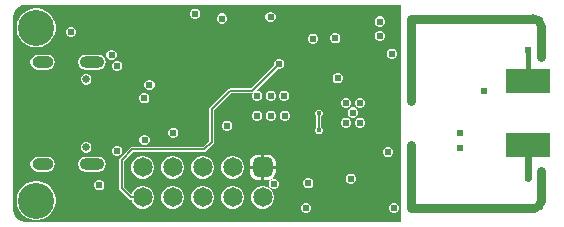
<source format=gbl>
G04*
G04 #@! TF.GenerationSoftware,Altium Limited,Altium Designer,23.0.1 (38)*
G04*
G04 Layer_Physical_Order=4*
G04 Layer_Color=16711680*
%FSLAX44Y44*%
%MOMM*%
G71*
G04*
G04 #@! TF.SameCoordinates,AC13AACC-C9C6-46D0-8271-6E1567557673*
G04*
G04*
G04 #@! TF.FilePolarity,Positive*
G04*
G01*
G75*
%ADD16C,0.7620*%
%ADD32R,3.8000X2.0000*%
%ADD67C,0.3810*%
%ADD68C,0.6096*%
%ADD71C,0.1567*%
%ADD73C,3.0480*%
%ADD74O,1.8000X1.0000*%
%ADD75C,0.6500*%
%ADD76O,2.1000X1.0000*%
%ADD77C,1.6500*%
G04:AMPARAMS|DCode=78|XSize=1.65mm|YSize=1.65mm|CornerRadius=0.4125mm|HoleSize=0mm|Usage=FLASHONLY|Rotation=180.000|XOffset=0mm|YOffset=0mm|HoleType=Round|Shape=RoundedRectangle|*
%AMROUNDEDRECTD78*
21,1,1.6500,0.8250,0,0,180.0*
21,1,0.8250,1.6500,0,0,180.0*
1,1,0.8250,-0.4125,0.4125*
1,1,0.8250,0.4125,0.4125*
1,1,0.8250,0.4125,-0.4125*
1,1,0.8250,-0.4125,-0.4125*
%
%ADD78ROUNDEDRECTD78*%
%ADD79C,0.6096*%
%ADD80C,0.6100*%
%ADD81C,0.3810*%
G36*
X12365Y185611D02*
X12366Y185645D01*
X12442Y185629D01*
X330299Y185629D01*
X330570Y2331D01*
X11723Y2331D01*
X11724Y2349D01*
X9524Y2639D01*
X7176Y3612D01*
X5159Y5159D01*
X3611Y7176D01*
X2639Y9524D01*
X2307Y12044D01*
X2349Y12365D01*
X2315Y12366D01*
X2331Y12442D01*
Y176237D01*
X2349Y176236D01*
X2639Y178436D01*
X3612Y180784D01*
X5159Y182801D01*
X7176Y184349D01*
X9524Y185321D01*
X12044Y185653D01*
X12365Y185611D01*
D02*
G37*
%LPC*%
G36*
X157069Y182626D02*
X155351D01*
X153764Y181969D01*
X152549Y180754D01*
X151892Y179167D01*
Y177449D01*
X152549Y175862D01*
X153764Y174647D01*
X155351Y173990D01*
X157069D01*
X158656Y174647D01*
X159871Y175862D01*
X160528Y177449D01*
Y179167D01*
X159871Y180754D01*
X158656Y181969D01*
X157069Y182626D01*
D02*
G37*
G36*
X220823Y179832D02*
X219105D01*
X217518Y179175D01*
X216303Y177960D01*
X215646Y176373D01*
Y174655D01*
X216303Y173068D01*
X217518Y171853D01*
X219105Y171196D01*
X220823D01*
X222410Y171853D01*
X223625Y173068D01*
X224282Y174655D01*
Y176373D01*
X223625Y177960D01*
X222410Y179175D01*
X220823Y179832D01*
D02*
G37*
G36*
X179675Y178562D02*
X177957D01*
X176370Y177905D01*
X175155Y176690D01*
X174498Y175103D01*
Y173385D01*
X175155Y171798D01*
X176370Y170583D01*
X177957Y169926D01*
X179675D01*
X181262Y170583D01*
X182477Y171798D01*
X183134Y173385D01*
Y175103D01*
X182477Y176690D01*
X181262Y177905D01*
X179675Y178562D01*
D02*
G37*
G36*
X313279Y176022D02*
X311561D01*
X309974Y175365D01*
X308759Y174150D01*
X308102Y172563D01*
Y170845D01*
X308759Y169258D01*
X309974Y168043D01*
X311561Y167386D01*
X313279D01*
X314866Y168043D01*
X316081Y169258D01*
X316738Y170845D01*
Y172563D01*
X316081Y174150D01*
X314866Y175365D01*
X313279Y176022D01*
D02*
G37*
G36*
X51913Y167132D02*
X50195D01*
X48608Y166475D01*
X47393Y165260D01*
X46736Y163673D01*
Y161955D01*
X47393Y160368D01*
X48608Y159153D01*
X50195Y158496D01*
X51913D01*
X53500Y159153D01*
X54715Y160368D01*
X55372Y161955D01*
Y163673D01*
X54715Y165260D01*
X53500Y166475D01*
X51913Y167132D01*
D02*
G37*
G36*
X313279Y163830D02*
X311561D01*
X309974Y163173D01*
X308759Y161958D01*
X308102Y160371D01*
Y158653D01*
X308759Y157066D01*
X309974Y155851D01*
X311561Y155194D01*
X313279D01*
X314866Y155851D01*
X316081Y157066D01*
X316738Y158653D01*
Y160371D01*
X316081Y161958D01*
X314866Y163173D01*
X313279Y163830D01*
D02*
G37*
G36*
X275657Y161798D02*
X273939D01*
X272352Y161141D01*
X271137Y159926D01*
X270480Y158339D01*
Y156621D01*
X271137Y155034D01*
X272352Y153819D01*
X273939Y153162D01*
X275657D01*
X277244Y153819D01*
X278458Y155034D01*
X279116Y156621D01*
Y158339D01*
X278458Y159926D01*
X277244Y161141D01*
X275657Y161798D01*
D02*
G37*
G36*
X256891Y161544D02*
X255173D01*
X253586Y160887D01*
X252371Y159672D01*
X251714Y158085D01*
Y156367D01*
X252371Y154780D01*
X253586Y153565D01*
X255173Y152908D01*
X256891D01*
X258478Y153565D01*
X259693Y154780D01*
X260350Y156367D01*
Y158085D01*
X259693Y159672D01*
X258478Y160887D01*
X256891Y161544D01*
D02*
G37*
G36*
X23216Y182880D02*
X19964D01*
X16774Y182246D01*
X13770Y181001D01*
X11065Y179194D01*
X8766Y176894D01*
X6959Y174190D01*
X5714Y171186D01*
X5080Y167996D01*
Y164744D01*
X5714Y161554D01*
X6959Y158550D01*
X8766Y155845D01*
X11065Y153546D01*
X13770Y151739D01*
X16774Y150494D01*
X19964Y149860D01*
X23216D01*
X26406Y150494D01*
X29410Y151739D01*
X32115Y153546D01*
X34414Y155845D01*
X36221Y158550D01*
X37466Y161554D01*
X38100Y164744D01*
Y167996D01*
X37466Y171186D01*
X36221Y174190D01*
X34414Y176894D01*
X32115Y179194D01*
X29410Y181001D01*
X26406Y182246D01*
X23216Y182880D01*
D02*
G37*
G36*
X323439Y148844D02*
X321721D01*
X320134Y148187D01*
X318919Y146972D01*
X318262Y145385D01*
Y143667D01*
X318919Y142080D01*
X320134Y140865D01*
X321721Y140208D01*
X323439D01*
X325026Y140865D01*
X326241Y142080D01*
X326898Y143667D01*
Y145385D01*
X326241Y146972D01*
X325026Y148187D01*
X323439Y148844D01*
D02*
G37*
G36*
X86203Y147574D02*
X84485D01*
X82898Y146917D01*
X81683Y145702D01*
X81026Y144115D01*
Y142397D01*
X81683Y140810D01*
X82898Y139595D01*
X84485Y138938D01*
X86203D01*
X87790Y139595D01*
X89005Y140810D01*
X89662Y142397D01*
Y144115D01*
X89005Y145702D01*
X87790Y146917D01*
X86203Y147574D01*
D02*
G37*
G36*
X228189Y140210D02*
X226471D01*
X224883Y139552D01*
X223668Y138337D01*
X223010Y136749D01*
Y135031D01*
X223156Y134677D01*
X203603Y115124D01*
X185420D01*
X184619Y114964D01*
X183939Y114510D01*
X168699Y99270D01*
X168246Y98591D01*
X168086Y97790D01*
Y70717D01*
X162963Y65594D01*
X102870D01*
X102069Y65434D01*
X101390Y64981D01*
X92500Y56090D01*
X92046Y55411D01*
X91886Y54610D01*
Y30480D01*
X92046Y29679D01*
X92500Y29000D01*
X100119Y21379D01*
X100799Y20926D01*
X101600Y20766D01*
X102465D01*
X102889Y19185D01*
X104142Y17015D01*
X105915Y15242D01*
X108085Y13989D01*
X110507Y13340D01*
X113013D01*
X115435Y13989D01*
X117605Y15242D01*
X119378Y17015D01*
X120631Y19185D01*
X121280Y21607D01*
Y24113D01*
X120631Y26535D01*
X119378Y28705D01*
X117605Y30478D01*
X115435Y31731D01*
X113013Y32380D01*
X110507D01*
X108085Y31731D01*
X105915Y30478D01*
X104142Y28705D01*
X102889Y26535D01*
X102466Y24955D01*
X96074Y31347D01*
Y53743D01*
X103737Y61406D01*
X163830D01*
X164631Y61566D01*
X165310Y62020D01*
X171660Y68369D01*
X172114Y69049D01*
X172274Y69850D01*
Y96923D01*
X186287Y110936D01*
X204470D01*
X204972Y111036D01*
X204470Y109825D01*
Y108107D01*
X205127Y106520D01*
X206342Y105305D01*
X207929Y104648D01*
X209647D01*
X211234Y105305D01*
X212449Y106520D01*
X213106Y108107D01*
Y109825D01*
X212449Y111412D01*
X211234Y112627D01*
X209647Y113284D01*
X207929D01*
X207512Y113111D01*
X226117Y131716D01*
X226471Y131570D01*
X228189D01*
X229777Y132228D01*
X230992Y133443D01*
X231650Y135031D01*
Y136749D01*
X230992Y138337D01*
X229777Y139552D01*
X228189Y140210D01*
D02*
G37*
G36*
X74325Y143585D02*
X63325D01*
X60879Y143098D01*
X58805Y141713D01*
X57419Y139639D01*
X56932Y137192D01*
X57419Y134746D01*
X58805Y132672D01*
X60879Y131286D01*
X63325Y130800D01*
X74325D01*
X76771Y131286D01*
X78845Y132672D01*
X80231Y134746D01*
X80718Y137192D01*
X80231Y139639D01*
X78845Y141713D01*
X76771Y143098D01*
X74325Y143585D01*
D02*
G37*
G36*
X31025D02*
X23025D01*
X20579Y143098D01*
X18505Y141713D01*
X17119Y139639D01*
X16632Y137192D01*
X17119Y134746D01*
X18505Y132672D01*
X20579Y131286D01*
X23025Y130800D01*
X31025D01*
X33471Y131286D01*
X35545Y132672D01*
X36931Y134746D01*
X37418Y137192D01*
X36931Y139639D01*
X35545Y141713D01*
X33471Y143098D01*
X31025Y143585D01*
D02*
G37*
G36*
X91029Y138430D02*
X89311D01*
X87724Y137773D01*
X86509Y136558D01*
X85852Y134971D01*
Y133253D01*
X86509Y131666D01*
X87724Y130451D01*
X89311Y129794D01*
X91029D01*
X92616Y130451D01*
X93831Y131666D01*
X94488Y133253D01*
Y134971D01*
X93831Y136558D01*
X92616Y137773D01*
X91029Y138430D01*
D02*
G37*
G36*
X277719Y128016D02*
X276001D01*
X274414Y127359D01*
X273199Y126144D01*
X272542Y124557D01*
Y122839D01*
X273199Y121252D01*
X274414Y120037D01*
X276001Y119380D01*
X277719D01*
X279306Y120037D01*
X280521Y121252D01*
X281178Y122839D01*
Y124557D01*
X280521Y126144D01*
X279306Y127359D01*
X277719Y128016D01*
D02*
G37*
G36*
X64724Y127412D02*
X62926D01*
X61265Y126724D01*
X59993Y125453D01*
X59305Y123791D01*
Y121993D01*
X59993Y120332D01*
X61265Y119060D01*
X62926Y118372D01*
X64724D01*
X66385Y119060D01*
X67657Y120332D01*
X68345Y121993D01*
Y123791D01*
X67657Y125453D01*
X66385Y126724D01*
X64724Y127412D01*
D02*
G37*
G36*
X118359Y122428D02*
X116641D01*
X115054Y121771D01*
X113839Y120556D01*
X113182Y118969D01*
Y117251D01*
X113839Y115664D01*
X115054Y114449D01*
X116641Y113792D01*
X118359D01*
X119946Y114449D01*
X121161Y115664D01*
X121818Y117251D01*
Y118969D01*
X121161Y120556D01*
X119946Y121771D01*
X118359Y122428D01*
D02*
G37*
G36*
X232507Y113284D02*
X230789D01*
X229202Y112627D01*
X227987Y111412D01*
X227330Y109825D01*
Y108107D01*
X227987Y106520D01*
X229202Y105305D01*
X230789Y104648D01*
X232507D01*
X234094Y105305D01*
X235309Y106520D01*
X235966Y108107D01*
Y109825D01*
X235309Y111412D01*
X234094Y112627D01*
X232507Y113284D01*
D02*
G37*
G36*
X221077D02*
X219359D01*
X217772Y112627D01*
X216557Y111412D01*
X215900Y109825D01*
Y108107D01*
X216557Y106520D01*
X217772Y105305D01*
X219359Y104648D01*
X221077D01*
X222664Y105305D01*
X223879Y106520D01*
X224536Y108107D01*
Y109825D01*
X223879Y111412D01*
X222664Y112627D01*
X221077Y113284D01*
D02*
G37*
G36*
X113889Y111000D02*
X112171D01*
X110583Y110342D01*
X109368Y109127D01*
X108710Y107539D01*
Y105821D01*
X109368Y104233D01*
X110583Y103018D01*
X112171Y102360D01*
X113889D01*
X115477Y103018D01*
X116692Y104233D01*
X117350Y105821D01*
Y107539D01*
X116692Y109127D01*
X115477Y110342D01*
X113889Y111000D01*
D02*
G37*
G36*
X296515Y107188D02*
X294797D01*
X293210Y106531D01*
X291995Y105316D01*
X291338Y103729D01*
Y102011D01*
X291995Y100424D01*
X293210Y99209D01*
X294797Y98552D01*
X296515D01*
X298102Y99209D01*
X299317Y100424D01*
X299974Y102011D01*
Y103729D01*
X299317Y105316D01*
X298102Y106531D01*
X296515Y107188D01*
D02*
G37*
G36*
X284831D02*
X283113D01*
X281526Y106531D01*
X280311Y105316D01*
X279654Y103729D01*
Y102011D01*
X280311Y100424D01*
X281526Y99209D01*
X283113Y98552D01*
X284831D01*
X286418Y99209D01*
X287633Y100424D01*
X288290Y102011D01*
Y103729D01*
X287633Y105316D01*
X286418Y106531D01*
X284831Y107188D01*
D02*
G37*
G36*
X290435Y98947D02*
X288717D01*
X287130Y98290D01*
X285915Y97075D01*
X285258Y95488D01*
Y93770D01*
X285915Y92183D01*
X287130Y90968D01*
X288717Y90311D01*
X290435D01*
X292022Y90968D01*
X293236Y92183D01*
X293894Y93770D01*
Y95488D01*
X293236Y97075D01*
X292022Y98290D01*
X290435Y98947D01*
D02*
G37*
G36*
X232761Y96266D02*
X231043D01*
X229456Y95609D01*
X228241Y94394D01*
X227584Y92807D01*
Y91089D01*
X228241Y89502D01*
X229456Y88287D01*
X231043Y87630D01*
X232761D01*
X234348Y88287D01*
X235563Y89502D01*
X236220Y91089D01*
Y92807D01*
X235563Y94394D01*
X234348Y95609D01*
X232761Y96266D01*
D02*
G37*
G36*
X221077D02*
X219359D01*
X217772Y95609D01*
X216557Y94394D01*
X215900Y92807D01*
Y91089D01*
X216557Y89502D01*
X217772Y88287D01*
X219359Y87630D01*
X221077D01*
X222664Y88287D01*
X223879Y89502D01*
X224536Y91089D01*
Y92807D01*
X223879Y94394D01*
X222664Y95609D01*
X221077Y96266D01*
D02*
G37*
G36*
X209647D02*
X207929D01*
X206342Y95609D01*
X205127Y94394D01*
X204470Y92807D01*
Y91089D01*
X205127Y89502D01*
X206342Y88287D01*
X207929Y87630D01*
X209647D01*
X211234Y88287D01*
X212449Y89502D01*
X213106Y91089D01*
Y92807D01*
X212449Y94394D01*
X211234Y95609D01*
X209647Y96266D01*
D02*
G37*
G36*
X296515Y90424D02*
X294797D01*
X293210Y89767D01*
X291995Y88552D01*
X291338Y86965D01*
Y85247D01*
X291995Y83660D01*
X293210Y82445D01*
X294797Y81788D01*
X296515D01*
X298102Y82445D01*
X299317Y83660D01*
X299974Y85247D01*
Y86965D01*
X299317Y88552D01*
X298102Y89767D01*
X296515Y90424D01*
D02*
G37*
G36*
X284831D02*
X283113D01*
X281526Y89767D01*
X280311Y88552D01*
X279654Y86965D01*
Y85247D01*
X280311Y83660D01*
X281526Y82445D01*
X283113Y81788D01*
X284831D01*
X286418Y82445D01*
X287633Y83660D01*
X288290Y85247D01*
Y86965D01*
X287633Y88552D01*
X286418Y89767D01*
X284831Y90424D01*
D02*
G37*
G36*
X184247Y87778D02*
X182529D01*
X180942Y87121D01*
X179727Y85906D01*
X179070Y84319D01*
Y82601D01*
X179727Y81014D01*
X180942Y79799D01*
X182529Y79142D01*
X184247D01*
X185834Y79799D01*
X187049Y81014D01*
X187706Y82601D01*
Y84319D01*
X187049Y85906D01*
X185834Y87121D01*
X184247Y87778D01*
D02*
G37*
G36*
X261490Y97155D02*
X260226D01*
X259060Y96672D01*
X258166Y95779D01*
X257683Y94612D01*
Y93349D01*
X258166Y92182D01*
X258764Y91584D01*
Y81898D01*
X258166Y81300D01*
X257683Y80133D01*
Y78871D01*
X258166Y77703D01*
X259060Y76810D01*
X260226Y76327D01*
X261490D01*
X262656Y76810D01*
X263550Y77703D01*
X264033Y78871D01*
Y80133D01*
X263550Y81300D01*
X262952Y81898D01*
Y91584D01*
X263550Y92182D01*
X264033Y93349D01*
Y94612D01*
X263550Y95779D01*
X262656Y96672D01*
X261490Y97155D01*
D02*
G37*
G36*
X138597Y81974D02*
X136878D01*
X135291Y81316D01*
X134076Y80101D01*
X133418Y78513D01*
Y76795D01*
X134076Y75207D01*
X135291Y73992D01*
X136878Y73334D01*
X138597D01*
X140185Y73992D01*
X141400Y75207D01*
X142058Y76795D01*
Y78513D01*
X141400Y80101D01*
X140185Y81316D01*
X138597Y81974D01*
D02*
G37*
G36*
X114143Y75692D02*
X112425D01*
X110838Y75035D01*
X109623Y73820D01*
X108966Y72233D01*
Y70515D01*
X109623Y68928D01*
X110838Y67713D01*
X112425Y67056D01*
X114143D01*
X115730Y67713D01*
X116945Y68928D01*
X117602Y70515D01*
Y72233D01*
X116945Y73820D01*
X115730Y75035D01*
X114143Y75692D01*
D02*
G37*
G36*
X64724Y69612D02*
X62926D01*
X61265Y68924D01*
X59993Y67653D01*
X59305Y65991D01*
Y64193D01*
X59993Y62532D01*
X61265Y61260D01*
X62926Y60572D01*
X64724D01*
X66385Y61260D01*
X67657Y62532D01*
X68345Y64193D01*
Y65991D01*
X67657Y67653D01*
X66385Y68924D01*
X64724Y69612D01*
D02*
G37*
G36*
X91029Y66550D02*
X89311D01*
X87723Y65892D01*
X86508Y64677D01*
X85850Y63089D01*
Y61371D01*
X86508Y59783D01*
X87723Y58568D01*
X89311Y57910D01*
X91029D01*
X92617Y58568D01*
X93832Y59783D01*
X94490Y61371D01*
Y63089D01*
X93832Y64677D01*
X92617Y65892D01*
X91029Y66550D01*
D02*
G37*
G36*
X320391Y65278D02*
X318673D01*
X317086Y64621D01*
X315871Y63406D01*
X315214Y61819D01*
Y60101D01*
X315871Y58514D01*
X317086Y57299D01*
X318673Y56642D01*
X320391D01*
X321978Y57299D01*
X323193Y58514D01*
X323850Y60101D01*
Y61819D01*
X323193Y63406D01*
X321978Y64621D01*
X320391Y65278D01*
D02*
G37*
G36*
X217485Y59107D02*
X214630D01*
Y49530D01*
X224207D01*
Y52385D01*
X223978Y54125D01*
X223307Y55746D01*
X222239Y57139D01*
X220846Y58207D01*
X219225Y58878D01*
X217485Y59107D01*
D02*
G37*
G36*
X212090D02*
X209235D01*
X207495Y58878D01*
X205874Y58207D01*
X204482Y57139D01*
X203413Y55746D01*
X202742Y54125D01*
X202512Y52385D01*
Y49530D01*
X212090D01*
Y59107D01*
D02*
G37*
G36*
X74325Y57185D02*
X63325D01*
X60879Y56698D01*
X58805Y55313D01*
X57419Y53239D01*
X56932Y50792D01*
X57419Y48346D01*
X58805Y46272D01*
X60879Y44886D01*
X63325Y44399D01*
X74325D01*
X76771Y44886D01*
X78845Y46272D01*
X80231Y48346D01*
X80718Y50792D01*
X80231Y53239D01*
X78845Y55313D01*
X76771Y56698D01*
X74325Y57185D01*
D02*
G37*
G36*
X31025D02*
X23025D01*
X20579Y56698D01*
X18505Y55313D01*
X17119Y53239D01*
X16632Y50792D01*
X17119Y48346D01*
X18505Y46272D01*
X20579Y44886D01*
X23025Y44399D01*
X31025D01*
X33471Y44886D01*
X35545Y46272D01*
X36931Y48346D01*
X37418Y50792D01*
X36931Y53239D01*
X35545Y55313D01*
X33471Y56698D01*
X31025Y57185D01*
D02*
G37*
G36*
X189213Y57780D02*
X186707D01*
X184285Y57131D01*
X182115Y55878D01*
X180342Y54105D01*
X179089Y51935D01*
X178440Y49513D01*
Y47007D01*
X179089Y44585D01*
X180342Y42415D01*
X182115Y40642D01*
X184285Y39389D01*
X186707Y38740D01*
X189213D01*
X191635Y39389D01*
X193805Y40642D01*
X195578Y42415D01*
X196831Y44585D01*
X197480Y47007D01*
Y49513D01*
X196831Y51935D01*
X195578Y54105D01*
X193805Y55878D01*
X191635Y57131D01*
X189213Y57780D01*
D02*
G37*
G36*
X163813D02*
X161307D01*
X158885Y57131D01*
X156715Y55878D01*
X154942Y54105D01*
X153689Y51935D01*
X153040Y49513D01*
Y47007D01*
X153689Y44585D01*
X154942Y42415D01*
X156715Y40642D01*
X158885Y39389D01*
X161307Y38740D01*
X163813D01*
X166235Y39389D01*
X168405Y40642D01*
X170178Y42415D01*
X171431Y44585D01*
X172080Y47007D01*
Y49513D01*
X171431Y51935D01*
X170178Y54105D01*
X168405Y55878D01*
X166235Y57131D01*
X163813Y57780D01*
D02*
G37*
G36*
X138413D02*
X135907D01*
X133485Y57131D01*
X131315Y55878D01*
X129542Y54105D01*
X128289Y51935D01*
X127640Y49513D01*
Y47007D01*
X128289Y44585D01*
X129542Y42415D01*
X131315Y40642D01*
X133485Y39389D01*
X135907Y38740D01*
X138413D01*
X140835Y39389D01*
X143005Y40642D01*
X144778Y42415D01*
X146031Y44585D01*
X146680Y47007D01*
Y49513D01*
X146031Y51935D01*
X144778Y54105D01*
X143005Y55878D01*
X140835Y57131D01*
X138413Y57780D01*
D02*
G37*
G36*
X113013D02*
X110507D01*
X108085Y57131D01*
X105915Y55878D01*
X104142Y54105D01*
X102889Y51935D01*
X102240Y49513D01*
Y47007D01*
X102889Y44585D01*
X104142Y42415D01*
X105915Y40642D01*
X108085Y39389D01*
X110507Y38740D01*
X113013D01*
X115435Y39389D01*
X117605Y40642D01*
X119378Y42415D01*
X120631Y44585D01*
X121280Y47007D01*
Y49513D01*
X120631Y51935D01*
X119378Y54105D01*
X117605Y55878D01*
X115435Y57131D01*
X113013Y57780D01*
D02*
G37*
G36*
X224207Y46990D02*
X214630D01*
Y37413D01*
X217485D01*
X219225Y37642D01*
X220846Y38313D01*
X222239Y39381D01*
X223307Y40774D01*
X223978Y42395D01*
X224207Y44135D01*
Y46990D01*
D02*
G37*
G36*
X212090D02*
X202512D01*
Y44135D01*
X202742Y42395D01*
X203413Y40774D01*
X204482Y39381D01*
X205874Y38313D01*
X207495Y37642D01*
X209235Y37413D01*
X212090D01*
Y46990D01*
D02*
G37*
G36*
X288685Y43036D02*
X286967D01*
X285380Y42379D01*
X284165Y41164D01*
X283508Y39577D01*
Y37859D01*
X284165Y36272D01*
X285380Y35058D01*
X286967Y34400D01*
X288685D01*
X290272Y35058D01*
X291487Y36272D01*
X292144Y37859D01*
Y39577D01*
X291487Y41164D01*
X290272Y42379D01*
X288685Y43036D01*
D02*
G37*
G36*
X252827Y39116D02*
X251109D01*
X249522Y38459D01*
X248307Y37244D01*
X247650Y35657D01*
Y33939D01*
X248307Y32352D01*
X249522Y31137D01*
X251109Y30480D01*
X252827D01*
X254414Y31137D01*
X255629Y32352D01*
X256286Y33939D01*
Y35657D01*
X255629Y37244D01*
X254414Y38459D01*
X252827Y39116D01*
D02*
G37*
G36*
X223617Y38608D02*
X221899D01*
X220312Y37951D01*
X219097Y36736D01*
X218440Y35149D01*
Y33431D01*
X219097Y31844D01*
X220312Y30629D01*
X221899Y29972D01*
X223617D01*
X225204Y30629D01*
X226419Y31844D01*
X227076Y33431D01*
Y35149D01*
X226419Y36736D01*
X225204Y37951D01*
X223617Y38608D01*
D02*
G37*
G36*
X75789Y37338D02*
X74071D01*
X72484Y36681D01*
X71269Y35466D01*
X70612Y33879D01*
Y32161D01*
X71269Y30574D01*
X72484Y29359D01*
X74071Y28702D01*
X75789D01*
X77376Y29359D01*
X78591Y30574D01*
X79248Y32161D01*
Y33879D01*
X78591Y35466D01*
X77376Y36681D01*
X75789Y37338D01*
D02*
G37*
G36*
X214613Y32380D02*
X212107D01*
X209685Y31731D01*
X207515Y30478D01*
X205742Y28705D01*
X204489Y26535D01*
X203840Y24113D01*
Y21607D01*
X204489Y19185D01*
X205742Y17015D01*
X207515Y15242D01*
X209685Y13989D01*
X212107Y13340D01*
X214613D01*
X217035Y13989D01*
X219205Y15242D01*
X220978Y17015D01*
X222231Y19185D01*
X222880Y21607D01*
Y24113D01*
X222231Y26535D01*
X220978Y28705D01*
X219205Y30478D01*
X217035Y31731D01*
X214613Y32380D01*
D02*
G37*
G36*
X189213D02*
X186707D01*
X184285Y31731D01*
X182115Y30478D01*
X180342Y28705D01*
X179089Y26535D01*
X178440Y24113D01*
Y21607D01*
X179089Y19185D01*
X180342Y17015D01*
X182115Y15242D01*
X184285Y13989D01*
X186707Y13340D01*
X189213D01*
X191635Y13989D01*
X193805Y15242D01*
X195578Y17015D01*
X196831Y19185D01*
X197480Y21607D01*
Y24113D01*
X196831Y26535D01*
X195578Y28705D01*
X193805Y30478D01*
X191635Y31731D01*
X189213Y32380D01*
D02*
G37*
G36*
X163813D02*
X161307D01*
X158885Y31731D01*
X156715Y30478D01*
X154942Y28705D01*
X153689Y26535D01*
X153040Y24113D01*
Y21607D01*
X153689Y19185D01*
X154942Y17015D01*
X156715Y15242D01*
X158885Y13989D01*
X161307Y13340D01*
X163813D01*
X166235Y13989D01*
X168405Y15242D01*
X170178Y17015D01*
X171431Y19185D01*
X172080Y21607D01*
Y24113D01*
X171431Y26535D01*
X170178Y28705D01*
X168405Y30478D01*
X166235Y31731D01*
X163813Y32380D01*
D02*
G37*
G36*
X138413D02*
X135907D01*
X133485Y31731D01*
X131315Y30478D01*
X129542Y28705D01*
X128289Y26535D01*
X127640Y24113D01*
Y21607D01*
X128289Y19185D01*
X129542Y17015D01*
X131315Y15242D01*
X133485Y13989D01*
X135907Y13340D01*
X138413D01*
X140835Y13989D01*
X143005Y15242D01*
X144778Y17015D01*
X146031Y19185D01*
X146680Y21607D01*
Y24113D01*
X146031Y26535D01*
X144778Y28705D01*
X143005Y30478D01*
X140835Y31731D01*
X138413Y32380D01*
D02*
G37*
G36*
X325471Y18288D02*
X323753D01*
X322166Y17631D01*
X320951Y16416D01*
X320294Y14829D01*
Y13111D01*
X320951Y11524D01*
X322166Y10309D01*
X323753Y9652D01*
X325471D01*
X327058Y10309D01*
X328273Y11524D01*
X328930Y13111D01*
Y14829D01*
X328273Y16416D01*
X327058Y17631D01*
X325471Y18288D01*
D02*
G37*
G36*
X250795D02*
X249077D01*
X247490Y17631D01*
X246275Y16416D01*
X245618Y14829D01*
Y13111D01*
X246275Y11524D01*
X247490Y10309D01*
X249077Y9652D01*
X250795D01*
X252382Y10309D01*
X253597Y11524D01*
X254254Y13111D01*
Y14829D01*
X253597Y16416D01*
X252382Y17631D01*
X250795Y18288D01*
D02*
G37*
G36*
X23216Y36576D02*
X19964D01*
X16774Y35942D01*
X13770Y34697D01*
X11065Y32890D01*
X8766Y30591D01*
X6959Y27886D01*
X5714Y24882D01*
X5080Y21692D01*
Y18440D01*
X5714Y15250D01*
X6959Y12246D01*
X8766Y9542D01*
X11065Y7242D01*
X13770Y5435D01*
X16774Y4191D01*
X19964Y3556D01*
X23216D01*
X26406Y4191D01*
X29410Y5435D01*
X32115Y7242D01*
X34414Y9542D01*
X36221Y12246D01*
X37466Y15250D01*
X38100Y18440D01*
Y21692D01*
X37466Y24882D01*
X36221Y27886D01*
X34414Y30591D01*
X32115Y32890D01*
X29410Y34697D01*
X26406Y35942D01*
X23216Y36576D01*
D02*
G37*
%LPD*%
D16*
X442725Y13489D02*
G03*
X449075Y19839I0J6350D01*
G01*
X449097Y167894D02*
G03*
X442747Y174244I-6350J0D01*
G01*
X449075Y19839D02*
Y45493D01*
X425707Y13489D02*
X442725D01*
X380495D02*
X425707D01*
X338839Y42952D02*
Y67337D01*
Y13489D02*
Y42952D01*
Y13489D02*
X380495D01*
X338861Y104140D02*
Y141732D01*
X449097Y141986D02*
Y167894D01*
X380517Y174244D02*
X425729D01*
X338861Y141732D02*
Y174244D01*
X380517D01*
X425729D02*
X442747D01*
D32*
X438150Y120992D02*
D03*
Y66992D02*
D03*
D67*
Y120992D02*
Y147320D01*
D68*
Y39116D02*
Y66992D01*
D71*
X260858Y79502D02*
Y93980D01*
X101600Y22860D02*
X111760D01*
X93980Y30480D02*
Y54610D01*
Y30480D02*
X101600Y22860D01*
X93980Y54610D02*
X102870Y63500D01*
X163830D02*
X170180Y69850D01*
X102870Y63500D02*
X163830D01*
X170180Y97790D02*
X185420Y113030D01*
X170180Y69850D02*
Y97790D01*
X185420Y113030D02*
X204470D01*
X227330Y135890D01*
D73*
X21590Y20066D02*
D03*
Y166370D02*
D03*
D74*
X27025Y50792D02*
D03*
Y137192D02*
D03*
D75*
X63825Y65092D02*
D03*
Y122892D02*
D03*
D76*
X68825Y137192D02*
D03*
Y50792D02*
D03*
D77*
X111760Y22860D02*
D03*
X137160D02*
D03*
X111760Y48260D02*
D03*
X137160D02*
D03*
X162560Y22860D02*
D03*
Y48260D02*
D03*
X213360Y22860D02*
D03*
X187960Y48260D02*
D03*
Y22860D02*
D03*
D78*
X213360Y48260D02*
D03*
D79*
X172618Y136906D02*
D03*
X172466Y114808D02*
D03*
Y125476D02*
D03*
X90170Y134112D02*
D03*
X113284Y71374D02*
D03*
X338836Y67310D02*
D03*
X449072Y141986D02*
D03*
Y45466D02*
D03*
X338836Y104140D02*
D03*
X222758Y34290D02*
D03*
X160172Y114808D02*
D03*
X146964D02*
D03*
X274320Y171704D02*
D03*
X319532Y60960D02*
D03*
X287826Y38718D02*
D03*
X251968Y34798D02*
D03*
X237490Y139954D02*
D03*
X276860Y123698D02*
D03*
X289576Y94629D02*
D03*
X295656Y102870D02*
D03*
X231648Y108966D02*
D03*
X284584Y61884D02*
D03*
X338836Y42926D02*
D03*
X380746Y64262D02*
D03*
X380492Y76992D02*
D03*
X338836Y174244D02*
D03*
X274798Y157480D02*
D03*
X321310Y103992D02*
D03*
X283972Y102870D02*
D03*
Y86106D02*
D03*
X295656D02*
D03*
X186436Y74422D02*
D03*
X208788Y108966D02*
D03*
X220218Y91948D02*
D03*
Y108966D02*
D03*
X231902Y91948D02*
D03*
X156210Y178308D02*
D03*
X178816Y174244D02*
D03*
X219964Y175514D02*
D03*
X256032Y157226D02*
D03*
X312420Y171704D02*
D03*
Y159512D02*
D03*
X322580Y144526D02*
D03*
X400558Y113030D02*
D03*
X74930Y33020D02*
D03*
X117500Y118110D02*
D03*
X51054Y162814D02*
D03*
X85344Y143256D02*
D03*
X217490Y135890D02*
D03*
X208788Y91948D02*
D03*
X183388Y83460D02*
D03*
X338836Y141732D02*
D03*
X380492Y174244D02*
D03*
X425704D02*
D03*
Y13462D02*
D03*
X380492D02*
D03*
X338836D02*
D03*
X438150Y39116D02*
D03*
Y147320D02*
D03*
X324612Y13970D02*
D03*
X249936D02*
D03*
D80*
X137738Y77654D02*
D03*
X227330Y135890D02*
D03*
X90170Y62230D02*
D03*
X113030Y106680D02*
D03*
D81*
X260858Y79502D02*
D03*
Y93980D02*
D03*
M02*

</source>
